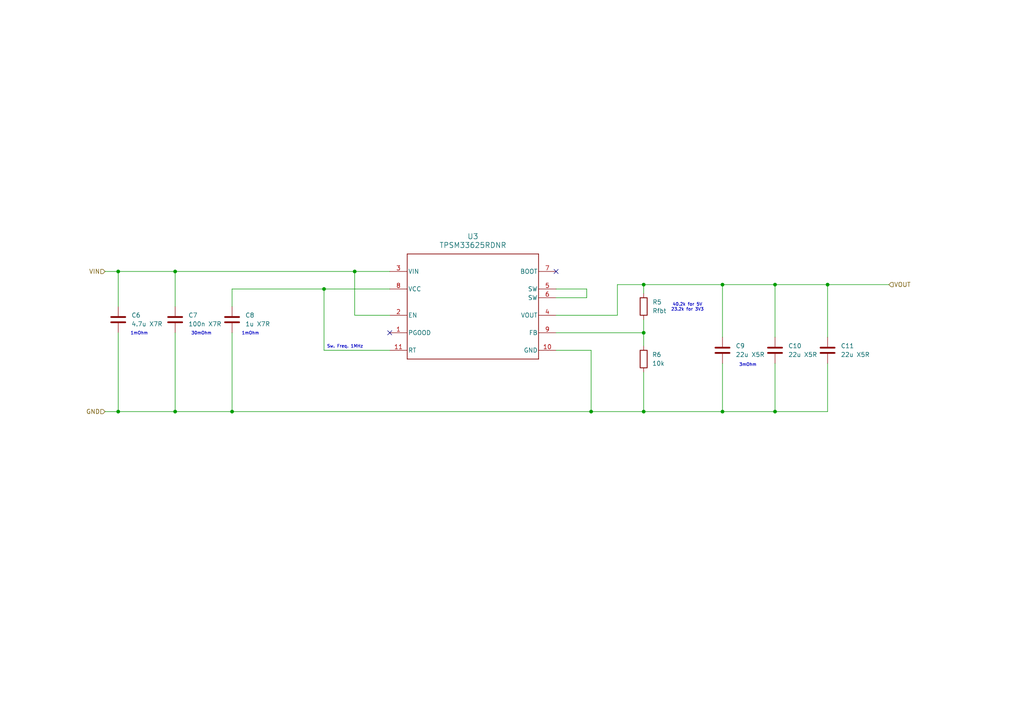
<source format=kicad_sch>
(kicad_sch (version 20250114) (generator "eeschema") (generator_version "9.0")
  (paper "A4")
  (lib_symbols
    (symbol "Device:C" (pin_numbers (hide yes)) (pin_names (offset 0.254))
      (property "Reference" "C" (at 0.635 2.54 0))
      (property "Value" "C" (at 0.635 -2.54 0))
      (symbol "C_0_1"
        (polyline (pts (xy -2.032 0.762) (xy 2.032 0.762)) (stroke (width 0.508)))
        (polyline (pts (xy -2.032 -0.762) (xy 2.032 -0.762)) (stroke (width 0.508)))
      )
      (symbol "C_1_1"
        (pin passive line (at 0 3.81 270) (length 2.794) (name "~") (number "1"))
        (pin passive line (at 0 -3.81 90) (length 2.794) (name "~") (number "2"))
      )
    )
    (symbol "Device:R" (pin_numbers (hide yes)) (pin_names (offset 0))
      (property "Reference" "R" (at 2.032 0 90))
      (property "Value" "R" (at 0 0 90))
      (symbol "R_0_1"
        (rectangle (start -1.016 -2.54) (end 1.016 2.54) (stroke (width 0.254)))
      )
      (symbol "R_1_1"
        (pin passive line (at 0 3.81 270) (length 1.27) (name "~") (number "1"))
        (pin passive line (at 0 -3.81 90) (length 1.27) (name "~") (number "2"))
      )
    )
    (symbol "kml-custom:TPSM33625RDNR" (pin_names (offset 0.254))
      (property "Reference" "U" (at 0 2.54 0))
      (property "Value" "TPSM33625RDNR" (at 0 0 0))
      (symbol "TPSM33625RDNR_0_1"
        (polyline (pts (xy 5.08 5.08) (xy 5.08 -25.4)) (stroke (width 0.2032)))
        (polyline (pts (xy 5.08 -25.4) (xy 43.18 -25.4)) (stroke (width 0.2032)))
        (polyline (pts (xy 43.18 5.08) (xy 5.08 5.08)) (stroke (width 0.2032)))
        (polyline (pts (xy 43.18 -25.4) (xy 43.18 5.08)) (stroke (width 0.2032)))
        (pin power_in line (at 0 0 0) (length 5.08) (name "VIN") (number "3"))
        (pin unspecified line (at 0 -5.08 0) (length 5.08) (name "VCC") (number "8"))
        (pin input line (at 0 -12.7 0) (length 5.08) (name "EN") (number "2"))
        (pin open_collector line (at 0 -17.78 0) (length 5.08) (name "PGOOD") (number "1"))
        (pin unspecified line (at 0 -22.86 0) (length 5.08) (name "RT") (number "11"))
        (pin unspecified line (at 48.26 0 180) (length 5.08) (name "BOOT") (number "7"))
        (pin unspecified line (at 48.26 -5.08 180) (length 5.08) (name "SW") (number "5"))
        (pin unspecified line (at 48.26 -7.62 180) (length 5.08) (name "SW") (number "6"))
        (pin power_in line (at 48.26 -12.7 180) (length 5.08) (name "VOUT") (number "4"))
        (pin unspecified line (at 48.26 -17.78 180) (length 5.08) (name "FB") (number "9"))
        (pin power_in line (at 48.26 -22.86 180) (length 5.08) (name "GND") (number "10"))
      )
    )
  )
  (text "Sw. Freq. 1MHz" (at 100.076 100.584 0) (effects (font (size 0.889 0.889))))
  (text "30mOhm" (at 58.42 96.774 0) (effects (font (size 0.889 0.889))))
  (text "1mOhm" (at 40.386 96.774 0) (effects (font (size 0.889 0.889))))
  (text "3mOhm" (at 216.916 105.918 0) (effects (font (size 0.889 0.889))))
  (text "40.2k for 5V\n23.2k for 3V3" (at 199.39 89.154 0) (effects (font (size 0.889 0.889))))
  (text "1mOhm" (at 72.644 96.774 0) (effects (font (size 0.889 0.889))))
  (junction (at 50.8 78.74))
  (junction (at 102.87 78.74))
  (junction (at 209.55 82.55))
  (junction (at 224.79 82.55))
  (junction (at 186.69 119.38))
  (junction (at 186.69 82.55))
  (junction (at 93.98 83.82))
  (junction (at 34.29 119.38))
  (junction (at 67.31 119.38))
  (junction (at 50.8 119.38))
  (junction (at 240.03 82.55))
  (junction (at 34.29 78.74))
  (junction (at 224.79 119.38))
  (junction (at 171.45 119.38))
  (junction (at 209.55 119.38))
  (junction (at 186.69 96.52))
  (no_connect (at 161.29 78.74))
  (no_connect (at 113.03 96.52))
  (wire (pts (xy 67.31 88.9) (xy 67.31 83.82)))
  (wire (pts (xy 186.69 96.52) (xy 186.69 100.33)))
  (wire (pts (xy 171.45 119.38) (xy 171.45 101.6)))
  (wire (pts (xy 30.48 119.38) (xy 34.29 119.38)))
  (wire (pts (xy 224.79 105.41) (xy 224.79 119.38)))
  (wire (pts (xy 113.03 101.6) (xy 93.98 101.6)))
  (wire (pts (xy 34.29 78.74) (xy 50.8 78.74)))
  (wire (pts (xy 240.03 105.41) (xy 240.03 119.38)))
  (wire (pts (xy 50.8 78.74) (xy 102.87 78.74)))
  (wire (pts (xy 170.18 83.82) (xy 170.18 86.36)))
  (wire (pts (xy 67.31 96.52) (xy 67.31 119.38)))
  (wire (pts (xy 224.79 82.55) (xy 240.03 82.55)))
  (wire (pts (xy 209.55 119.38) (xy 224.79 119.38)))
  (wire (pts (xy 209.55 105.41) (xy 209.55 119.38)))
  (wire (pts (xy 186.69 119.38) (xy 209.55 119.38)))
  (wire (pts (xy 170.18 86.36) (xy 161.29 86.36)))
  (wire (pts (xy 50.8 78.74) (xy 50.8 88.9)))
  (wire (pts (xy 224.79 119.38) (xy 240.03 119.38)))
  (wire (pts (xy 161.29 83.82) (xy 170.18 83.82)))
  (wire (pts (xy 93.98 83.82) (xy 113.03 83.82)))
  (wire (pts (xy 102.87 78.74) (xy 113.03 78.74)))
  (wire (pts (xy 209.55 97.79) (xy 209.55 82.55)))
  (wire (pts (xy 186.69 107.95) (xy 186.69 119.38)))
  (wire (pts (xy 179.07 82.55) (xy 186.69 82.55)))
  (wire (pts (xy 257.81 82.55) (xy 240.03 82.55)))
  (wire (pts (xy 113.03 91.44) (xy 102.87 91.44)))
  (wire (pts (xy 161.29 91.44) (xy 179.07 91.44)))
  (wire (pts (xy 171.45 119.38) (xy 186.69 119.38)))
  (wire (pts (xy 240.03 82.55) (xy 240.03 97.79)))
  (wire (pts (xy 186.69 82.55) (xy 186.69 85.09)))
  (wire (pts (xy 209.55 82.55) (xy 224.79 82.55)))
  (wire (pts (xy 50.8 96.52) (xy 50.8 119.38)))
  (wire (pts (xy 209.55 82.55) (xy 186.69 82.55)))
  (wire (pts (xy 171.45 101.6) (xy 161.29 101.6)))
  (wire (pts (xy 67.31 119.38) (xy 171.45 119.38)))
  (wire (pts (xy 50.8 119.38) (xy 67.31 119.38)))
  (wire (pts (xy 34.29 119.38) (xy 50.8 119.38)))
  (wire (pts (xy 34.29 96.52) (xy 34.29 119.38)))
  (wire (pts (xy 67.31 83.82) (xy 93.98 83.82)))
  (wire (pts (xy 102.87 91.44) (xy 102.87 78.74)))
  (wire (pts (xy 34.29 78.74) (xy 34.29 88.9)))
  (wire (pts (xy 224.79 97.79) (xy 224.79 82.55)))
  (wire (pts (xy 186.69 92.71) (xy 186.69 96.52)))
  (wire (pts (xy 30.48 78.74) (xy 34.29 78.74)))
  (wire (pts (xy 161.29 96.52) (xy 186.69 96.52)))
  (wire (pts (xy 179.07 91.44) (xy 179.07 82.55)))
  (wire (pts (xy 93.98 83.82) (xy 93.98 101.6)))
  (hierarchical_label "VIN" (shape input) (at 30.48 78.74 180))
  (hierarchical_label "VOUT" (shape input) (at 257.81 82.55 0))
  (hierarchical_label "GND" (shape input) (at 30.48 119.38 180))
  (symbol (lib_id "Device:C") (at 34.29 92.71 0) (unit 1)
    (property "Reference" "C6" (at 38.1 91.4399 0) (effects (justify left)))
    (property "Value" "4.7u X7R" (at 38.1 93.9799 0) (effects (justify left)))
    (property "Footprint" "Capacitor_SMD:C_1210_3225Metric_Pad1.33x2.70mm_HandSolder" (effects (hide yes)))
    (property "Description" "Unpolarized capacitor" (effects (hide yes)))
  )
  (symbol (lib_id "kml-custom:TPSM33625RDNR") (at 113.03 78.74 0) (unit 1)
    (property "Reference" "U3" (at 137.16 68.58 0) (effects (font (size 1.524 1.524))))
    (property "Value" "TPSM33625RDNR" (at 137.16 71.12 0) (effects (font (size 1.524 1.524))))
    (property "Footprint" "kml-custom:CONV_TLVM23615RDNR" (effects (hide yes)))
    (property "Datasheet" "TPSM33625RDNR" (effects (hide yes)))
  )
  (symbol (lib_id "Device:R") (at 186.69 104.14 0) (unit 1)
    (property "Reference" "R6" (at 189.1303 102.8699 0) (effects (justify left)))
    (property "Value" "10k" (at 189.1303 105.4099 0) (effects (justify left)))
    (property "Footprint" "Resistor_SMD:R_0603_1608Metric_Pad0.98x0.95mm_HandSolder" (effects (hide yes)))
    (property "Description" "Resistor" (effects (hide yes)))
  )
  (symbol (lib_id "Device:R") (at 186.69 88.9 0) (unit 1)
    (property "Reference" "R5" (at 189.23 87.6299 0) (effects (justify left)))
    (property "Value" "Rfbt" (at 189.23 90.1699 0) (effects (justify left)))
    (property "Footprint" "Resistor_SMD:R_0603_1608Metric_Pad0.98x0.95mm_HandSolder" (effects (hide yes)))
    (property "Description" "Resistor" (effects (hide yes)))
  )
  (symbol (lib_id "Device:C") (at 224.79 101.6 0) (unit 1)
    (property "Reference" "C10" (at 228.6 100.3299 0) (effects (justify left)))
    (property "Value" "22u X5R" (at 228.6 102.8699 0) (effects (justify left)))
    (property "Footprint" "Capacitor_SMD:C_0805_2012Metric_Pad1.18x1.45mm_HandSolder" (effects (hide yes)))
    (property "Description" "Unpolarized capacitor" (effects (hide yes)))
  )
  (symbol (lib_id "Device:C") (at 209.55 101.6 0) (unit 1)
    (property "Reference" "C9" (at 213.36 100.3299 0) (effects (justify left)))
    (property "Value" "22u X5R" (at 213.36 102.8699 0) (effects (justify left)))
    (property "Footprint" "Capacitor_SMD:C_0805_2012Metric_Pad1.18x1.45mm_HandSolder" (effects (hide yes)))
    (property "Description" "Unpolarized capacitor" (effects (hide yes)))
  )
  (symbol (lib_id "Device:C") (at 67.31 92.71 0) (unit 1)
    (property "Reference" "C8" (at 71.12 91.4399 0) (effects (justify left)))
    (property "Value" "1u X7R" (at 71.12 93.9799 0) (effects (justify left)))
    (property "Footprint" "Capacitor_SMD:C_0603_1608Metric_Pad1.08x0.95mm_HandSolder" (effects (hide yes)))
    (property "Description" "Unpolarized capacitor" (effects (hide yes)))
  )
  (symbol (lib_id "Device:C") (at 240.03 101.6 0) (unit 1)
    (property "Reference" "C11" (at 243.84 100.3299 0) (effects (justify left)))
    (property "Value" "22u X5R" (at 243.84 102.8699 0) (effects (justify left)))
    (property "Footprint" "Capacitor_SMD:C_0805_2012Metric_Pad1.18x1.45mm_HandSolder" (effects (hide yes)))
    (property "Description" "Unpolarized capacitor" (effects (hide yes)))
  )
  (symbol (lib_id "Device:C") (at 50.8 92.71 0) (unit 1)
    (property "Reference" "C7" (at 54.61 91.4399 0) (effects (justify left)))
    (property "Value" "100n X7R" (at 54.61 93.9799 0) (effects (justify left)))
    (property "Footprint" "Capacitor_SMD:C_0603_1608Metric_Pad1.08x0.95mm_HandSolder" (effects (hide yes)))
    (property "Description" "Unpolarized capacitor" (effects (hide yes)))
  )
)
</source>
